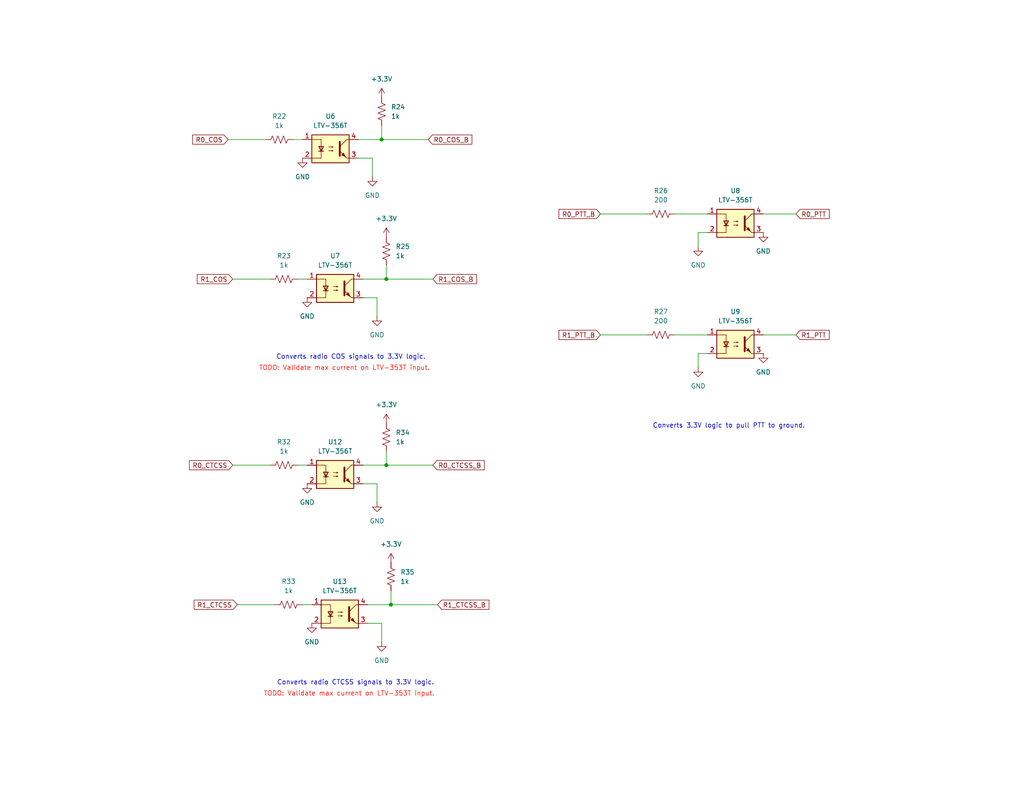
<source format=kicad_sch>
(kicad_sch (version 20250114) (generator "eeschema") (generator_version "9.0")
  (paper "USLetter")
  (title_block (title "COS/PTT Controls") (date "2025-03-16") (rev "2") (company "Bruce MacKinnon KC1FSZ") (comment 1 "Copyright (C) Bruce MacKinnon, 2025") (comment 2 "NOT FOR COMMERCIAL USE"))
  (lib_symbols
    (symbol "Device:R_US" (pin_numbers (hide yes)) (pin_names (offset 0))
      (property "Reference" "R" (at 2.54 0 90))
      (property "Value" "R_US" (at -2.54 0 90))
      (symbol "R_US_0_1"
        (polyline (pts (xy 0 2.286) (xy 0 2.54)))
        (polyline (pts (xy 0 2.286) (xy 1.016 1.905) (xy 0 1.524) (xy -1.016 1.143) (xy 0 0.762)))
        (polyline (pts (xy 0 0.762) (xy 1.016 0.381) (xy 0 0) (xy -1.016 -0.381) (xy 0 -0.762)))
        (polyline (pts (xy 0 -0.762) (xy 1.016 -1.143) (xy 0 -1.524) (xy -1.016 -1.905) (xy 0 -2.286)))
        (polyline (pts (xy 0 -2.286) (xy 0 -2.54)))
      )
      (symbol "R_US_1_1"
        (pin passive line (at 0 3.81 270) (length 1.27) (name "~") (number "1"))
        (pin passive line (at 0 -3.81 90) (length 1.27) (name "~") (number "2"))
      )
    )
    (symbol "Isolator:LTV-356T" (pin_names (offset 1.016))
      (property "Reference" "U" (at -5.334 4.826 0))
      (property "Value" "LTV-356T" (at 0 5.08 0))
      (symbol "LTV-356T_0_1"
        (rectangle (start -5.08 3.81) (end 5.08 -3.81) (stroke (width 0.254)) (fill (type background)))
        (polyline (pts (xy -5.08 2.54) (xy -2.54 2.54) (xy -2.54 -0.762)))
        (polyline (pts (xy -3.175 -0.635) (xy -1.905 -0.635)) (stroke (width 0.254)))
        (polyline (pts (xy -2.54 -0.635) (xy -2.54 -2.54) (xy -5.08 -2.54)))
        (polyline (pts (xy -2.54 -0.635) (xy -3.175 0.635) (xy -1.905 0.635) (xy -2.54 -0.635)) (stroke (width 0.254)))
        (polyline (pts (xy -0.508 0.508) (xy 0.762 0.508) (xy 0.381 0.381) (xy 0.381 0.635) (xy 0.762 0.508)))
        (polyline (pts (xy -0.508 -0.508) (xy 0.762 -0.508) (xy 0.381 -0.635) (xy 0.381 -0.381) (xy 0.762 -0.508)))
        (polyline (pts (xy 2.54 1.905) (xy 2.54 -1.905) (xy 2.54 -1.905)) (stroke (width 0.508)))
        (polyline (pts (xy 2.54 0.635) (xy 4.445 2.54)))
        (polyline (pts (xy 3.048 -1.651) (xy 3.556 -1.143) (xy 4.064 -2.159) (xy 3.048 -1.651) (xy 3.048 -1.651)) (fill (type outline)))
        (polyline (pts (xy 4.445 2.54) (xy 5.08 2.54)))
        (polyline (pts (xy 4.445 -2.54) (xy 2.54 -0.635)) (fill (type outline)))
        (polyline (pts (xy 4.445 -2.54) (xy 5.08 -2.54)))
      )
      (symbol "LTV-356T_1_1"
        (pin passive line (at -7.62 2.54 0) (length 2.54) (name "~") (number "1"))
        (pin passive line (at -7.62 -2.54 0) (length 2.54) (name "~") (number "2"))
        (pin passive line (at 7.62 2.54 180) (length 2.54) (name "~") (number "4"))
        (pin passive line (at 7.62 -2.54 180) (length 2.54) (name "~") (number "3"))
      )
    )
    (symbol "power:+3.3V" (power) (pin_numbers (hide yes)) (pin_names (offset 0) (hide yes))
      (property "Value" "+3.3V" (at 0 3.556 0))
      (symbol "+3.3V_0_1"
        (polyline (pts (xy -0.762 1.27) (xy 0 2.54)))
        (polyline (pts (xy 0 2.54) (xy 0.762 1.27)))
        (polyline (pts (xy 0 0) (xy 0 2.54)))
      )
      (symbol "+3.3V_1_1"
        (pin power_in line (at 0 0 90) (length 0) (name "~") (number "1"))
      )
    )
    (symbol "power:GND" (power) (pin_numbers (hide yes)) (pin_names (offset 0) (hide yes))
      (property "Value" "GND" (at 0 -3.81 0))
      (symbol "GND_0_1"
        (polyline (pts (xy 0 0) (xy 0 -1.27) (xy 1.27 -1.27) (xy 0 -2.54) (xy -1.27 -1.27) (xy 0 -1.27)))
      )
      (symbol "GND_1_1"
        (pin power_in line (at 0 0 270) (length 0) (name "~") (number "1"))
      )
    )
  )
  (text "Converts radio COS signals to 3.3V logic." (at 95.758 97.536 0) (effects (font (size 1.27 1.27))))
  (text "Converts radio CTCSS signals to 3.3V logic." (at 97.028 186.436 0) (effects (font (size 1.27 1.27))))
  (text "TODO: Validate max current on LTV-353T input." (at 95.25 189.484 0) (effects (font (size 1.27 1.27))))
  (text "TODO: Validate max current on LTV-353T input." (at 93.98 100.584 0) (effects (font (size 1.27 1.27))))
  (text "Converts 3.3V logic to pull PTT to ground." (at 198.882 116.332 0) (effects (font (size 1.27 1.27))))
  (junction (at 105.41 127))
  (junction (at 106.68 165.1))
  (junction (at 105.41 76.2))
  (junction (at 104.14 38.1))
  (wire (pts (xy 99.06 127) (xy 105.41 127)))
  (wire (pts (xy 106.68 165.1) (xy 119.38 165.1)))
  (wire (pts (xy 104.14 170.18) (xy 104.14 175.26)))
  (wire (pts (xy 104.14 38.1) (xy 116.84 38.1)))
  (wire (pts (xy 184.15 58.42) (xy 193.04 58.42)))
  (wire (pts (xy 63.5 127) (xy 73.66 127)))
  (wire (pts (xy 80.01 38.1) (xy 82.55 38.1)))
  (wire (pts (xy 190.5 96.52) (xy 190.5 100.33)))
  (wire (pts (xy 105.41 72.39) (xy 105.41 76.2)))
  (wire (pts (xy 100.33 170.18) (xy 104.14 170.18)))
  (wire (pts (xy 99.06 132.08) (xy 102.87 132.08)))
  (wire (pts (xy 64.77 165.1) (xy 74.93 165.1)))
  (wire (pts (xy 105.41 123.19) (xy 105.41 127)))
  (wire (pts (xy 184.15 91.44) (xy 193.04 91.44)))
  (wire (pts (xy 208.28 58.42) (xy 217.17 58.42)))
  (wire (pts (xy 193.04 63.5) (xy 190.5 63.5)))
  (wire (pts (xy 163.83 58.42) (xy 176.53 58.42)))
  (wire (pts (xy 208.28 91.44) (xy 217.17 91.44)))
  (wire (pts (xy 99.06 81.28) (xy 102.87 81.28)))
  (wire (pts (xy 97.79 38.1) (xy 104.14 38.1)))
  (wire (pts (xy 105.41 76.2) (xy 118.11 76.2)))
  (wire (pts (xy 105.41 127) (xy 118.11 127)))
  (wire (pts (xy 163.83 91.44) (xy 176.53 91.44)))
  (wire (pts (xy 99.06 76.2) (xy 105.41 76.2)))
  (wire (pts (xy 81.28 127) (xy 83.82 127)))
  (wire (pts (xy 106.68 161.29) (xy 106.68 165.1)))
  (wire (pts (xy 102.87 81.28) (xy 102.87 86.36)))
  (wire (pts (xy 102.87 132.08) (xy 102.87 137.16)))
  (wire (pts (xy 62.23 38.1) (xy 72.39 38.1)))
  (wire (pts (xy 104.14 34.29) (xy 104.14 38.1)))
  (wire (pts (xy 81.28 76.2) (xy 83.82 76.2)))
  (wire (pts (xy 190.5 63.5) (xy 190.5 67.31)))
  (wire (pts (xy 101.6 43.18) (xy 101.6 48.26)))
  (wire (pts (xy 100.33 165.1) (xy 106.68 165.1)))
  (wire (pts (xy 97.79 43.18) (xy 101.6 43.18)))
  (wire (pts (xy 63.5 76.2) (xy 73.66 76.2)))
  (wire (pts (xy 82.55 165.1) (xy 85.09 165.1)))
  (wire (pts (xy 193.04 96.52) (xy 190.5 96.52)))
  (global_label "R0_CTCSS_B" (shape input) (at 118.11 127 0) (property "Intersheetrefs" "${INTERSHEET_REFS}" (effects (hide yes))))
  (global_label "R0_PTT" (shape input) (at 217.17 58.42 0) (property "Intersheetrefs" "${INTERSHEET_REFS}" (effects (hide yes))))
  (global_label "R0_COS" (shape input) (at 62.23 38.1 180) (property "Intersheetrefs" "${INTERSHEET_REFS}" (effects (hide yes))))
  (global_label "R0_COS_B" (shape input) (at 116.84 38.1 0) (property "Intersheetrefs" "${INTERSHEET_REFS}" (effects (hide yes))))
  (global_label "R1_COS" (shape input) (at 63.5 76.2 180) (property "Intersheetrefs" "${INTERSHEET_REFS}" (effects (hide yes))))
  (global_label "R1_PTT" (shape input) (at 217.17 91.44 0) (property "Intersheetrefs" "${INTERSHEET_REFS}" (effects (hide yes))))
  (global_label "R0_CTCSS" (shape input) (at 63.5 127 180) (property "Intersheetrefs" "${INTERSHEET_REFS}" (effects (hide yes))))
  (global_label "R0_PTT_B" (shape input) (at 163.83 58.42 180) (property "Intersheetrefs" "${INTERSHEET_REFS}" (effects (hide yes))))
  (global_label "R1_PTT_B" (shape input) (at 163.83 91.44 180) (property "Intersheetrefs" "${INTERSHEET_REFS}" (effects (hide yes))))
  (global_label "R1_CTCSS_B" (shape input) (at 119.38 165.1 0) (property "Intersheetrefs" "${INTERSHEET_REFS}" (effects (hide yes))))
  (global_label "R1_CTCSS" (shape input) (at 64.77 165.1 180) (property "Intersheetrefs" "${INTERSHEET_REFS}" (effects (hide yes))))
  (global_label "R1_COS_B" (shape input) (at 118.11 76.2 0) (property "Intersheetrefs" "${INTERSHEET_REFS}" (effects (hide yes))))
  (symbol (lib_id "power:GND") (at 83.82 132.08 0) (unit 1)
    (property "Reference" "#PWR0102" (effects (hide yes)))
    (property "Value" "GND" (at 83.82 137.16 0))
    (property "Description" "Power symbol creates a global label with name \"GND\" , ground" (effects (hide yes)))
  )
  (symbol (lib_id "power:GND") (at 208.28 63.5 0) (unit 1)
    (property "Reference" "#PWR074" (effects (hide yes)))
    (property "Value" "GND" (at 208.28 68.58 0))
    (property "Description" "Power symbol creates a global label with name \"GND\" , ground" (effects (hide yes)))
  )
  (symbol (lib_id "power:GND") (at 82.55 43.18 0) (unit 1)
    (property "Reference" "#PWR072" (effects (hide yes)))
    (property "Value" "GND" (at 82.55 48.26 0))
    (property "Description" "Power symbol creates a global label with name \"GND\" , ground" (effects (hide yes)))
  )
  (symbol (lib_id "Isolator:LTV-356T") (at 92.71 167.64 0) (unit 1)
    (property "Reference" "U13" (at 92.71 158.75 0))
    (property "Value" "LTV-356T" (at 92.71 161.29 0))
    (property "Footprint" "Package_SO:SO-4_4.4x3.6mm_P2.54mm" (effects (hide yes)))
    (property "Datasheet" "http://optoelectronics.liteon.com/upload/download/DS70-2001-010/S_110_LTV-356T%2020140520.pdf" (effects (hide yes)))
    (property "Description" "DC Optocoupler, Vce 80V, CTR 50%, SO-4" (effects (hide yes)))
  )
  (symbol (lib_id "power:+3.3V") (at 105.41 115.57 0) (unit 1)
    (property "Reference" "#PWR0106" (effects (hide yes)))
    (property "Value" "+3.3V" (at 105.41 110.49 0))
    (property "Description" "Power symbol creates a global label with name \"+3.3V\"" (effects (hide yes)))
  )
  (symbol (lib_id "power:GND") (at 102.87 137.16 0) (unit 1)
    (property "Reference" "#PWR0104" (effects (hide yes)))
    (property "Value" "GND" (at 102.87 142.24 0))
    (property "Description" "Power symbol creates a global label with name \"GND\" , ground" (effects (hide yes)))
  )
  (symbol (lib_id "power:+3.3V") (at 104.14 26.67 0) (unit 1)
    (property "Reference" "#PWR068" (effects (hide yes)))
    (property "Value" "+3.3V" (at 104.14 21.59 0))
    (property "Description" "Power symbol creates a global label with name \"+3.3V\"" (effects (hide yes)))
  )
  (symbol (lib_id "power:GND") (at 83.82 81.28 0) (unit 1)
    (property "Reference" "#PWR073" (effects (hide yes)))
    (property "Value" "GND" (at 83.82 86.36 0))
    (property "Description" "Power symbol creates a global label with name \"GND\" , ground" (effects (hide yes)))
  )
  (symbol (lib_id "power:GND") (at 101.6 48.26 0) (unit 1)
    (property "Reference" "#PWR015" (effects (hide yes)))
    (property "Value" "GND" (at 101.6 53.34 0))
    (property "Description" "Power symbol creates a global label with name \"GND\" , ground" (effects (hide yes)))
  )
  (symbol (lib_id "Isolator:LTV-356T") (at 200.66 60.96 0) (unit 1)
    (property "Reference" "U8" (at 200.66 52.07 0))
    (property "Value" "LTV-356T" (at 200.66 54.61 0))
    (property "Footprint" "Package_SO:SO-4_4.4x3.6mm_P2.54mm" (effects (hide yes)))
    (property "Datasheet" "http://optoelectronics.liteon.com/upload/download/DS70-2001-010/S_110_LTV-356T%2020140520.pdf" (effects (hide yes)))
    (property "Description" "DC Optocoupler, Vce 80V, CTR 50%, SO-4" (effects (hide yes)))
  )
  (symbol (lib_id "power:+3.3V") (at 105.41 64.77 0) (unit 1)
    (property "Reference" "#PWR069" (effects (hide yes)))
    (property "Value" "+3.3V" (at 105.41 59.69 0))
    (property "Description" "Power symbol creates a global label with name \"+3.3V\"" (effects (hide yes)))
  )
  (symbol (lib_id "Isolator:LTV-356T") (at 90.17 40.64 0) (unit 1)
    (property "Reference" "U6" (at 90.17 31.75 0))
    (property "Value" "LTV-356T" (at 90.17 34.29 0))
    (property "Footprint" "Package_SO:SO-4_4.4x3.6mm_P2.54mm" (effects (hide yes)))
    (property "Datasheet" "http://optoelectronics.liteon.com/upload/download/DS70-2001-010/S_110_LTV-356T%2020140520.pdf" (effects (hide yes)))
    (property "Description" "DC Optocoupler, Vce 80V, CTR 50%, SO-4" (effects (hide yes)))
  )
  (symbol (lib_id "power:GND") (at 104.14 175.26 0) (unit 1)
    (property "Reference" "#PWR0105" (effects (hide yes)))
    (property "Value" "GND" (at 104.14 180.34 0))
    (property "Description" "Power symbol creates a global label with name \"GND\" , ground" (effects (hide yes)))
  )
  (symbol (lib_id "Device:R_US") (at 77.47 127 90) (unit 1)
    (property "Reference" "R32" (at 77.47 120.65 90))
    (property "Value" "1k" (at 77.47 123.19 90))
    (property "Footprint" "Resistor_SMD:R_0805_2012Metric_Pad1.20x1.40mm_HandSolder" (effects (hide yes)))
    (property "Description" "Resistor, US symbol" (effects (hide yes)))
  )
  (symbol (lib_id "Device:R_US") (at 180.34 58.42 90) (unit 1)
    (property "Reference" "R26" (at 180.34 52.07 90))
    (property "Value" "200" (at 180.34 54.61 90))
    (property "Footprint" "Resistor_SMD:R_0805_2012Metric_Pad1.20x1.40mm_HandSolder" (effects (hide yes)))
    (property "Description" "Resistor, US symbol" (effects (hide yes)))
  )
  (symbol (lib_id "Device:R_US") (at 180.34 91.44 90) (unit 1)
    (property "Reference" "R27" (at 180.34 85.09 90))
    (property "Value" "200" (at 180.34 87.63 90))
    (property "Footprint" "Resistor_SMD:R_0805_2012Metric_Pad1.20x1.40mm_HandSolder" (effects (hide yes)))
    (property "Description" "Resistor, US symbol" (effects (hide yes)))
  )
  (symbol (lib_id "Device:R_US") (at 77.47 76.2 90) (unit 1)
    (property "Reference" "R23" (at 77.47 69.85 90))
    (property "Value" "1k" (at 77.47 72.39 90))
    (property "Footprint" "Resistor_SMD:R_0805_2012Metric_Pad1.20x1.40mm_HandSolder" (effects (hide yes)))
    (property "Description" "Resistor, US symbol" (effects (hide yes)))
  )
  (symbol (lib_id "power:GND") (at 208.28 96.52 0) (unit 1)
    (property "Reference" "#PWR075" (effects (hide yes)))
    (property "Value" "GND" (at 208.28 101.6 0))
    (property "Description" "Power symbol creates a global label with name \"GND\" , ground" (effects (hide yes)))
  )
  (symbol (lib_id "power:GND") (at 190.5 67.31 0) (unit 1)
    (property "Reference" "#PWR070" (effects (hide yes)))
    (property "Value" "GND" (at 190.5 72.39 0))
    (property "Description" "Power symbol creates a global label with name \"GND\" , ground" (effects (hide yes)))
  )
  (symbol (lib_id "Device:R_US") (at 106.68 157.48 0) (unit 1)
    (property "Reference" "R35" (at 109.22 156.21 0) (effects (justify left)))
    (property "Value" "1k" (at 109.22 158.75 0) (effects (justify left)))
    (property "Footprint" "Resistor_SMD:R_0805_2012Metric_Pad1.20x1.40mm_HandSolder" (effects (hide yes)))
    (property "Description" "Resistor, US symbol" (effects (hide yes)))
  )
  (symbol (lib_id "Device:R_US") (at 105.41 68.58 0) (unit 1)
    (property "Reference" "R25" (at 107.95 67.31 0) (effects (justify left)))
    (property "Value" "1k" (at 107.95 69.85 0) (effects (justify left)))
    (property "Footprint" "Resistor_SMD:R_0805_2012Metric_Pad1.20x1.40mm_HandSolder" (effects (hide yes)))
    (property "Description" "Resistor, US symbol" (effects (hide yes)))
  )
  (symbol (lib_id "power:GND") (at 85.09 170.18 0) (unit 1)
    (property "Reference" "#PWR0103" (effects (hide yes)))
    (property "Value" "GND" (at 85.09 175.26 0))
    (property "Description" "Power symbol creates a global label with name \"GND\" , ground" (effects (hide yes)))
  )
  (symbol (lib_id "Device:R_US") (at 104.14 30.48 0) (unit 1)
    (property "Reference" "R24" (at 106.68 29.21 0) (effects (justify left)))
    (property "Value" "1k" (at 106.68 31.75 0) (effects (justify left)))
    (property "Footprint" "Resistor_SMD:R_0805_2012Metric_Pad1.20x1.40mm_HandSolder" (effects (hide yes)))
    (property "Description" "Resistor, US symbol" (effects (hide yes)))
  )
  (symbol (lib_id "Device:R_US") (at 105.41 119.38 0) (unit 1)
    (property "Reference" "R34" (at 107.95 118.11 0) (effects (justify left)))
    (property "Value" "1k" (at 107.95 120.65 0) (effects (justify left)))
    (property "Footprint" "Resistor_SMD:R_0805_2012Metric_Pad1.20x1.40mm_HandSolder" (effects (hide yes)))
    (property "Description" "Resistor, US symbol" (effects (hide yes)))
  )
  (symbol (lib_id "Isolator:LTV-356T") (at 91.44 78.74 0) (unit 1)
    (property "Reference" "U7" (at 91.44 69.85 0))
    (property "Value" "LTV-356T" (at 91.44 72.39 0))
    (property "Footprint" "Package_SO:SO-4_4.4x3.6mm_P2.54mm" (effects (hide yes)))
    (property "Datasheet" "http://optoelectronics.liteon.com/upload/download/DS70-2001-010/S_110_LTV-356T%2020140520.pdf" (effects (hide yes)))
    (property "Description" "DC Optocoupler, Vce 80V, CTR 50%, SO-4" (effects (hide yes)))
  )
  (symbol (lib_id "power:GND") (at 190.5 100.33 0) (unit 1)
    (property "Reference" "#PWR071" (effects (hide yes)))
    (property "Value" "GND" (at 190.5 105.41 0))
    (property "Description" "Power symbol creates a global label with name \"GND\" , ground" (effects (hide yes)))
  )
  (symbol (lib_id "Device:R_US") (at 78.74 165.1 90) (unit 1)
    (property "Reference" "R33" (at 78.74 158.75 90))
    (property "Value" "1k" (at 78.74 161.29 90))
    (property "Footprint" "Resistor_SMD:R_0805_2012Metric_Pad1.20x1.40mm_HandSolder" (effects (hide yes)))
    (property "Description" "Resistor, US symbol" (effects (hide yes)))
  )
  (symbol (lib_id "power:+3.3V") (at 106.68 153.67 0) (unit 1)
    (property "Reference" "#PWR0107" (effects (hide yes)))
    (property "Value" "+3.3V" (at 106.68 148.59 0))
    (property "Description" "Power symbol creates a global label with name \"+3.3V\"" (effects (hide yes)))
  )
  (symbol (lib_id "Isolator:LTV-356T") (at 200.66 93.98 0) (unit 1)
    (property "Reference" "U9" (at 200.66 85.09 0))
    (property "Value" "LTV-356T" (at 200.66 87.63 0))
    (property "Footprint" "Package_SO:SO-4_4.4x3.6mm_P2.54mm" (effects (hide yes)))
    (property "Datasheet" "http://optoelectronics.liteon.com/upload/download/DS70-2001-010/S_110_LTV-356T%2020140520.pdf" (effects (hide yes)))
    (property "Description" "DC Optocoupler, Vce 80V, CTR 50%, SO-4" (effects (hide yes)))
  )
  (symbol (lib_id "Device:R_US") (at 76.2 38.1 90) (unit 1)
    (property "Reference" "R22" (at 76.2 31.75 90))
    (property "Value" "1k" (at 76.2 34.29 90))
    (property "Footprint" "Resistor_SMD:R_0805_2012Metric_Pad1.20x1.40mm_HandSolder" (effects (hide yes)))
    (property "Description" "Resistor, US symbol" (effects (hide yes)))
  )
  (symbol (lib_id "power:GND") (at 102.87 86.36 0) (unit 1)
    (property "Reference" "#PWR022" (effects (hide yes)))
    (property "Value" "GND" (at 102.87 91.44 0))
    (property "Description" "Power symbol creates a global label with name \"GND\" , ground" (effects (hide yes)))
  )
  (symbol (lib_id "Isolator:LTV-356T") (at 91.44 129.54 0) (unit 1)
    (property "Reference" "U12" (at 91.44 120.65 0))
    (property "Value" "LTV-356T" (at 91.44 123.19 0))
    (property "Footprint" "Package_SO:SO-4_4.4x3.6mm_P2.54mm" (effects (hide yes)))
    (property "Datasheet" "http://optoelectronics.liteon.com/upload/download/DS70-2001-010/S_110_LTV-356T%2020140520.pdf" (effects (hide yes)))
    (property "Description" "DC Optocoupler, Vce 80V, CTR 50%, SO-4" (effects (hide yes)))
  )
)
</source>
